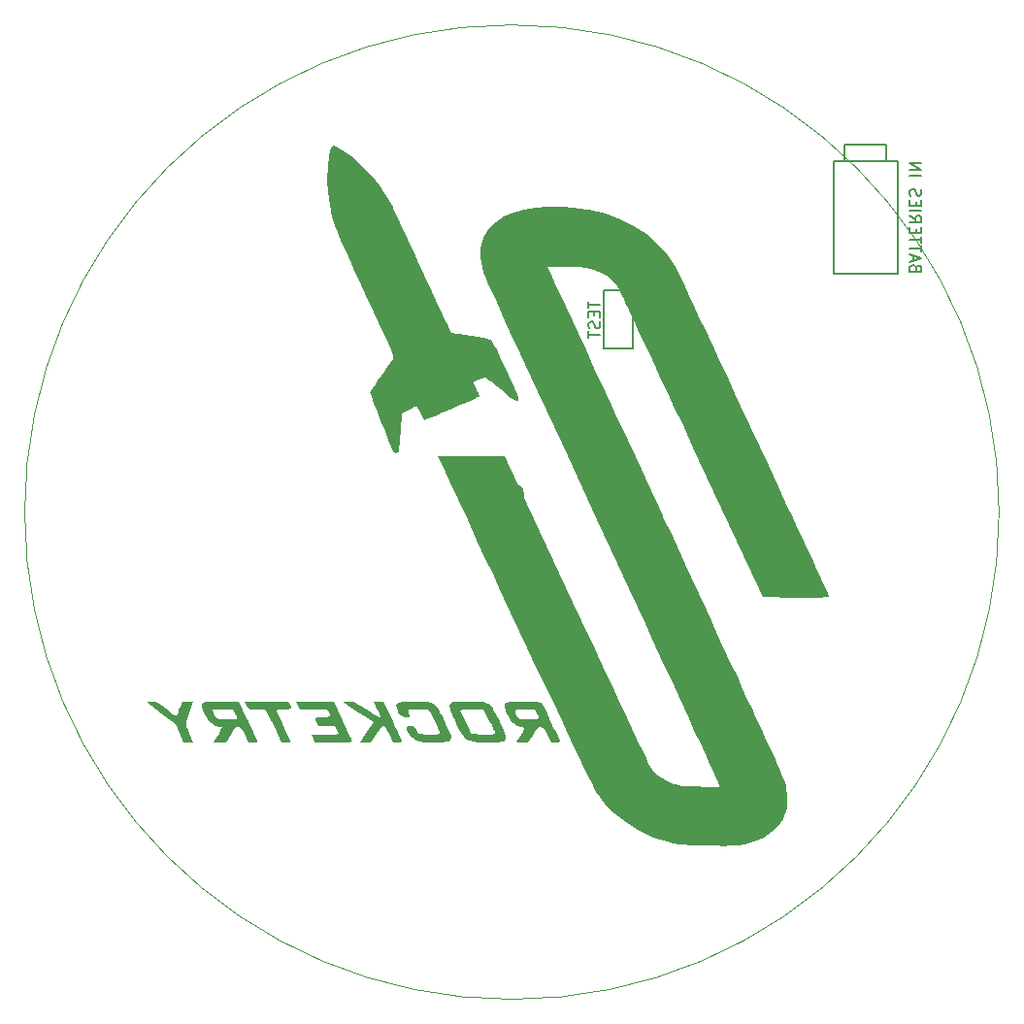
<source format=gbr>
%TF.GenerationSoftware,KiCad,Pcbnew,7.0.6*%
%TF.CreationDate,2024-03-14T18:06:26+11:00*%
%TF.ProjectId,Rocketry_Payload_Main_DDR_Spec_V2,526f636b-6574-4727-995f-5061796c6f61,rev?*%
%TF.SameCoordinates,Original*%
%TF.FileFunction,Legend,Bot*%
%TF.FilePolarity,Positive*%
%FSLAX46Y46*%
G04 Gerber Fmt 4.6, Leading zero omitted, Abs format (unit mm)*
G04 Created by KiCad (PCBNEW 7.0.6) date 2024-03-14 18:06:26*
%MOMM*%
%LPD*%
G01*
G04 APERTURE LIST*
%ADD10C,0.150000*%
%ADD11C,0.050000*%
%ADD12C,0.300000*%
G04 APERTURE END LIST*
D10*
X176250600Y-62382400D02*
X181889400Y-62382400D01*
X181889400Y-72212200D01*
X176250600Y-72212200D01*
X176250600Y-62382400D01*
D11*
X190714409Y-92986897D02*
G75*
G03*
X190714409Y-92986897I-42500000J0D01*
G01*
D10*
X177241200Y-60960000D02*
X180898800Y-60960000D01*
X180898800Y-62382400D01*
X177241200Y-62382400D01*
X177241200Y-60960000D01*
X156210000Y-73660000D02*
X158750000Y-73660000D01*
X158750000Y-78740000D01*
X156210000Y-78740000D01*
X156210000Y-73660000D01*
X183456990Y-71665552D02*
X183409371Y-71522695D01*
X183409371Y-71522695D02*
X183361752Y-71475076D01*
X183361752Y-71475076D02*
X183266514Y-71427457D01*
X183266514Y-71427457D02*
X183123657Y-71427457D01*
X183123657Y-71427457D02*
X183028419Y-71475076D01*
X183028419Y-71475076D02*
X182980800Y-71522695D01*
X182980800Y-71522695D02*
X182933180Y-71617933D01*
X182933180Y-71617933D02*
X182933180Y-71998885D01*
X182933180Y-71998885D02*
X183933180Y-71998885D01*
X183933180Y-71998885D02*
X183933180Y-71665552D01*
X183933180Y-71665552D02*
X183885561Y-71570314D01*
X183885561Y-71570314D02*
X183837942Y-71522695D01*
X183837942Y-71522695D02*
X183742704Y-71475076D01*
X183742704Y-71475076D02*
X183647466Y-71475076D01*
X183647466Y-71475076D02*
X183552228Y-71522695D01*
X183552228Y-71522695D02*
X183504609Y-71570314D01*
X183504609Y-71570314D02*
X183456990Y-71665552D01*
X183456990Y-71665552D02*
X183456990Y-71998885D01*
X183218895Y-71046504D02*
X183218895Y-70570314D01*
X182933180Y-71141742D02*
X183933180Y-70808409D01*
X183933180Y-70808409D02*
X182933180Y-70475076D01*
X183933180Y-70284599D02*
X183933180Y-69713171D01*
X182933180Y-69998885D02*
X183933180Y-69998885D01*
X183933180Y-69522694D02*
X183933180Y-68951266D01*
X182933180Y-69236980D02*
X183933180Y-69236980D01*
X183456990Y-68617932D02*
X183456990Y-68284599D01*
X182933180Y-68141742D02*
X182933180Y-68617932D01*
X182933180Y-68617932D02*
X183933180Y-68617932D01*
X183933180Y-68617932D02*
X183933180Y-68141742D01*
X182933180Y-67141742D02*
X183409371Y-67475075D01*
X182933180Y-67713170D02*
X183933180Y-67713170D01*
X183933180Y-67713170D02*
X183933180Y-67332218D01*
X183933180Y-67332218D02*
X183885561Y-67236980D01*
X183885561Y-67236980D02*
X183837942Y-67189361D01*
X183837942Y-67189361D02*
X183742704Y-67141742D01*
X183742704Y-67141742D02*
X183599847Y-67141742D01*
X183599847Y-67141742D02*
X183504609Y-67189361D01*
X183504609Y-67189361D02*
X183456990Y-67236980D01*
X183456990Y-67236980D02*
X183409371Y-67332218D01*
X183409371Y-67332218D02*
X183409371Y-67713170D01*
X182933180Y-66713170D02*
X183933180Y-66713170D01*
X183456990Y-66236980D02*
X183456990Y-65903647D01*
X182933180Y-65760790D02*
X182933180Y-66236980D01*
X182933180Y-66236980D02*
X183933180Y-66236980D01*
X183933180Y-66236980D02*
X183933180Y-65760790D01*
X182980800Y-65379837D02*
X182933180Y-65236980D01*
X182933180Y-65236980D02*
X182933180Y-64998885D01*
X182933180Y-64998885D02*
X182980800Y-64903647D01*
X182980800Y-64903647D02*
X183028419Y-64856028D01*
X183028419Y-64856028D02*
X183123657Y-64808409D01*
X183123657Y-64808409D02*
X183218895Y-64808409D01*
X183218895Y-64808409D02*
X183314133Y-64856028D01*
X183314133Y-64856028D02*
X183361752Y-64903647D01*
X183361752Y-64903647D02*
X183409371Y-64998885D01*
X183409371Y-64998885D02*
X183456990Y-65189361D01*
X183456990Y-65189361D02*
X183504609Y-65284599D01*
X183504609Y-65284599D02*
X183552228Y-65332218D01*
X183552228Y-65332218D02*
X183647466Y-65379837D01*
X183647466Y-65379837D02*
X183742704Y-65379837D01*
X183742704Y-65379837D02*
X183837942Y-65332218D01*
X183837942Y-65332218D02*
X183885561Y-65284599D01*
X183885561Y-65284599D02*
X183933180Y-65189361D01*
X183933180Y-65189361D02*
X183933180Y-64951266D01*
X183933180Y-64951266D02*
X183885561Y-64808409D01*
X182933180Y-63617932D02*
X183933180Y-63617932D01*
X182933180Y-63141742D02*
X183933180Y-63141742D01*
X183933180Y-63141742D02*
X182933180Y-62570314D01*
X182933180Y-62570314D02*
X183933180Y-62570314D01*
X154902819Y-74604762D02*
X154902819Y-75176190D01*
X155902819Y-74890476D02*
X154902819Y-74890476D01*
X155379009Y-75509524D02*
X155379009Y-75842857D01*
X155902819Y-75985714D02*
X155902819Y-75509524D01*
X155902819Y-75509524D02*
X154902819Y-75509524D01*
X154902819Y-75509524D02*
X154902819Y-75985714D01*
X155855200Y-76366667D02*
X155902819Y-76509524D01*
X155902819Y-76509524D02*
X155902819Y-76747619D01*
X155902819Y-76747619D02*
X155855200Y-76842857D01*
X155855200Y-76842857D02*
X155807580Y-76890476D01*
X155807580Y-76890476D02*
X155712342Y-76938095D01*
X155712342Y-76938095D02*
X155617104Y-76938095D01*
X155617104Y-76938095D02*
X155521866Y-76890476D01*
X155521866Y-76890476D02*
X155474247Y-76842857D01*
X155474247Y-76842857D02*
X155426628Y-76747619D01*
X155426628Y-76747619D02*
X155379009Y-76557143D01*
X155379009Y-76557143D02*
X155331390Y-76461905D01*
X155331390Y-76461905D02*
X155283771Y-76414286D01*
X155283771Y-76414286D02*
X155188533Y-76366667D01*
X155188533Y-76366667D02*
X155093295Y-76366667D01*
X155093295Y-76366667D02*
X154998057Y-76414286D01*
X154998057Y-76414286D02*
X154950438Y-76461905D01*
X154950438Y-76461905D02*
X154902819Y-76557143D01*
X154902819Y-76557143D02*
X154902819Y-76795238D01*
X154902819Y-76795238D02*
X154950438Y-76938095D01*
X154902819Y-77223810D02*
X154902819Y-77795238D01*
X155902819Y-77509524D02*
X154902819Y-77509524D01*
D12*
X148273127Y-90812796D02*
X148415985Y-90741367D01*
X148415985Y-90741367D02*
X148630270Y-90741367D01*
X148630270Y-90741367D02*
X148844556Y-90812796D01*
X148844556Y-90812796D02*
X148987413Y-90955653D01*
X148987413Y-90955653D02*
X149058842Y-91098510D01*
X149058842Y-91098510D02*
X149130270Y-91384224D01*
X149130270Y-91384224D02*
X149130270Y-91598510D01*
X149130270Y-91598510D02*
X149058842Y-91884224D01*
X149058842Y-91884224D02*
X148987413Y-92027081D01*
X148987413Y-92027081D02*
X148844556Y-92169939D01*
X148844556Y-92169939D02*
X148630270Y-92241367D01*
X148630270Y-92241367D02*
X148487413Y-92241367D01*
X148487413Y-92241367D02*
X148273127Y-92169939D01*
X148273127Y-92169939D02*
X148201699Y-92098510D01*
X148201699Y-92098510D02*
X148201699Y-91598510D01*
X148201699Y-91598510D02*
X148487413Y-91598510D01*
X147344556Y-90741367D02*
X147344556Y-91098510D01*
X147701699Y-90955653D02*
X147344556Y-91098510D01*
X147344556Y-91098510D02*
X146987413Y-90955653D01*
X147558842Y-91384224D02*
X147344556Y-91098510D01*
X147344556Y-91098510D02*
X147130270Y-91384224D01*
X146201699Y-90741367D02*
X146201699Y-91098510D01*
X146558842Y-90955653D02*
X146201699Y-91098510D01*
X146201699Y-91098510D02*
X145844556Y-90955653D01*
X146415985Y-91384224D02*
X146201699Y-91098510D01*
X146201699Y-91098510D02*
X145987413Y-91384224D01*
X145058842Y-90741367D02*
X145058842Y-91098510D01*
X145415985Y-90955653D02*
X145058842Y-91098510D01*
X145058842Y-91098510D02*
X144701699Y-90955653D01*
X145273128Y-91384224D02*
X145058842Y-91098510D01*
X145058842Y-91098510D02*
X144844556Y-91384224D01*
%TO.C,G\u002A\u002A\u002A*%
G36*
X120178847Y-110210872D02*
G01*
X120138901Y-110317920D01*
X119976084Y-110758639D01*
X119867882Y-111084650D01*
X119812735Y-111333283D01*
X119809083Y-111541867D01*
X119855366Y-111747732D01*
X119950022Y-111988208D01*
X120091492Y-112300624D01*
X120441199Y-113068372D01*
X120017004Y-113068372D01*
X119592808Y-113068372D01*
X119220047Y-112270685D01*
X118847286Y-111472998D01*
X117595993Y-110513852D01*
X116344700Y-109554705D01*
X116785476Y-109529243D01*
X116799623Y-109528431D01*
X116982650Y-109522562D01*
X117133739Y-109539668D01*
X117286043Y-109595902D01*
X117472716Y-109707420D01*
X117726910Y-109890378D01*
X118081778Y-110160930D01*
X118400585Y-110402100D01*
X118671238Y-110593867D01*
X118850229Y-110698667D01*
X118958137Y-110728257D01*
X119015540Y-110694393D01*
X119053554Y-110626969D01*
X119095071Y-110510381D01*
X119113206Y-110437178D01*
X119177406Y-110242410D01*
X119271784Y-109981215D01*
X119447200Y-109512372D01*
X119943203Y-109512372D01*
X120439205Y-109512372D01*
X120178847Y-110210872D01*
G37*
G36*
X128873193Y-109762167D02*
G01*
X128954518Y-109931515D01*
X128984677Y-110073044D01*
X128912579Y-110150554D01*
X128715912Y-110183092D01*
X128372364Y-110189705D01*
X128325219Y-110189918D01*
X128022194Y-110202115D01*
X127796839Y-110229342D01*
X127694953Y-110266413D01*
X127706250Y-110338194D01*
X127779328Y-110542396D01*
X127907045Y-110850572D01*
X128078458Y-111236510D01*
X128282623Y-111673997D01*
X128457345Y-112041377D01*
X128641090Y-112430785D01*
X128786914Y-112743303D01*
X128883042Y-112953669D01*
X128917700Y-113036623D01*
X128892968Y-113047460D01*
X128744994Y-113062479D01*
X128507886Y-113068372D01*
X128098071Y-113068372D01*
X127483523Y-111734872D01*
X127318814Y-111383935D01*
X127119489Y-110976593D01*
X126946014Y-110640992D01*
X126812774Y-110404763D01*
X126734155Y-110295539D01*
X126599691Y-110243871D01*
X126319460Y-110204068D01*
X125939906Y-110189705D01*
X125280475Y-110189705D01*
X125107700Y-109851039D01*
X124934926Y-109512372D01*
X126839472Y-109512372D01*
X128744019Y-109512372D01*
X128873193Y-109762167D01*
G37*
G36*
X137814081Y-111248661D02*
G01*
X137945227Y-111520160D01*
X138172750Y-111993797D01*
X138367839Y-112403299D01*
X138520079Y-112726632D01*
X138619060Y-112941764D01*
X138654367Y-113026661D01*
X138629289Y-113040973D01*
X138480824Y-113060652D01*
X138243313Y-113068372D01*
X137832260Y-113068372D01*
X137478219Y-112306372D01*
X137375742Y-112092691D01*
X137228379Y-111810110D01*
X137111793Y-111616316D01*
X137044790Y-111544372D01*
X136989059Y-111587978D01*
X136854374Y-111747510D01*
X136668186Y-111996649D01*
X136453034Y-112306372D01*
X135940666Y-113068372D01*
X135475290Y-113068372D01*
X135009913Y-113068372D01*
X135603137Y-112184186D01*
X136196362Y-111300000D01*
X135964864Y-111140845D01*
X135901245Y-111098388D01*
X135686896Y-110959876D01*
X135376220Y-110762168D01*
X135000337Y-110525022D01*
X134590367Y-110268198D01*
X133447367Y-109554705D01*
X133929415Y-109529456D01*
X134087241Y-109523126D01*
X134245627Y-109530131D01*
X134400369Y-109564798D01*
X134580827Y-109639684D01*
X134816358Y-109767347D01*
X135136322Y-109960346D01*
X135570078Y-110231238D01*
X135835636Y-110396469D01*
X136195036Y-110615108D01*
X136485528Y-110785755D01*
X136682491Y-110894055D01*
X136761305Y-110925656D01*
X136762346Y-110909342D01*
X136721284Y-110775493D01*
X136627832Y-110540001D01*
X136496476Y-110240350D01*
X136444564Y-110125861D01*
X136319098Y-109843646D01*
X136231785Y-109639002D01*
X136199034Y-109550015D01*
X136217983Y-109538410D01*
X136356901Y-109519739D01*
X136586415Y-109512372D01*
X136973796Y-109512372D01*
X137814081Y-111248661D01*
G37*
G36*
X133412325Y-111099872D02*
G01*
X133469023Y-111218683D01*
X133697440Y-111695742D01*
X133902312Y-112121174D01*
X134071360Y-112469648D01*
X134192309Y-112715830D01*
X134252882Y-112834390D01*
X134299514Y-112923974D01*
X134336367Y-113024890D01*
X134334777Y-113026801D01*
X134233099Y-113039971D01*
X133991253Y-113051386D01*
X133634872Y-113060374D01*
X133189591Y-113066260D01*
X132681047Y-113068372D01*
X131025727Y-113068372D01*
X130903047Y-112774758D01*
X130883416Y-112727194D01*
X130810056Y-112536450D01*
X130780367Y-112436091D01*
X130785281Y-112431886D01*
X130901189Y-112415873D01*
X131147848Y-112402902D01*
X131494218Y-112394211D01*
X131909256Y-112391039D01*
X132005842Y-112390846D01*
X132415587Y-112385522D01*
X132755026Y-112373993D01*
X132991153Y-112357734D01*
X133090962Y-112338222D01*
X133098979Y-112311843D01*
X133067245Y-112167868D01*
X132976352Y-111957222D01*
X132808926Y-111629039D01*
X132064328Y-111629039D01*
X131319730Y-111629039D01*
X131175645Y-111326890D01*
X131148714Y-111266997D01*
X131082553Y-111066139D01*
X131080294Y-110945890D01*
X131085647Y-110940034D01*
X131208623Y-110903037D01*
X131448392Y-110876927D01*
X131759031Y-110867039D01*
X132043069Y-110863338D01*
X132268869Y-110837856D01*
X132365393Y-110771420D01*
X132354952Y-110644984D01*
X132259860Y-110439501D01*
X132130685Y-110189705D01*
X130920874Y-110189705D01*
X129711063Y-110189705D01*
X129568382Y-109890499D01*
X129540941Y-109832218D01*
X129458772Y-109646375D01*
X129425700Y-109551833D01*
X129426165Y-109550883D01*
X129518039Y-109538710D01*
X129751362Y-109528139D01*
X130100179Y-109519802D01*
X130538536Y-109514335D01*
X131040476Y-109512372D01*
X132655252Y-109512372D01*
X133412325Y-111099872D01*
G37*
G36*
X125223022Y-111242764D02*
G01*
X125345173Y-111502327D01*
X125567635Y-111978014D01*
X125758501Y-112390031D01*
X125907521Y-112716047D01*
X126004448Y-112933734D01*
X126039034Y-113020764D01*
X126021864Y-113034886D01*
X125886028Y-113058884D01*
X125659098Y-113068372D01*
X125279163Y-113068372D01*
X124970978Y-112454539D01*
X124828289Y-112177081D01*
X124685288Y-111933378D01*
X124565386Y-111794010D01*
X124442531Y-111730657D01*
X124290674Y-111715002D01*
X124216982Y-111731121D01*
X124082314Y-111833030D01*
X123908951Y-112046276D01*
X123678621Y-112391039D01*
X123248593Y-113068372D01*
X122738813Y-113068372D01*
X122506052Y-113062967D01*
X122305985Y-113045333D01*
X122229034Y-113019697D01*
X122232955Y-113006607D01*
X122299061Y-112883188D01*
X122429898Y-112666101D01*
X122603454Y-112392229D01*
X122659301Y-112304449D01*
X122812612Y-112044860D01*
X122908458Y-111852408D01*
X122928010Y-111763570D01*
X122852805Y-111732525D01*
X122676385Y-111713705D01*
X122337774Y-111648619D01*
X121994019Y-111425725D01*
X121675492Y-111041110D01*
X121378671Y-110491456D01*
X121276100Y-110256556D01*
X121252464Y-110189705D01*
X122123200Y-110189705D01*
X122177123Y-110459316D01*
X122252962Y-110688013D01*
X122370162Y-110882650D01*
X122414251Y-110924215D01*
X122524413Y-110981151D01*
X122699862Y-111015326D01*
X122975232Y-111031985D01*
X123385156Y-111036372D01*
X123657652Y-111034375D01*
X123969371Y-111026092D01*
X124182245Y-111012865D01*
X124261034Y-110996303D01*
X124249008Y-110957420D01*
X124181656Y-110800150D01*
X124074829Y-110572970D01*
X123888625Y-110189705D01*
X123005913Y-110189705D01*
X122123200Y-110189705D01*
X121252464Y-110189705D01*
X121189721Y-110012241D01*
X121168870Y-109844275D01*
X121204018Y-109710016D01*
X121217687Y-109680643D01*
X121256651Y-109618620D01*
X121320164Y-109574086D01*
X121432356Y-109544145D01*
X121617360Y-109525899D01*
X121899304Y-109516453D01*
X122302321Y-109512909D01*
X122850540Y-109512372D01*
X124407010Y-109512372D01*
X125106797Y-110996303D01*
X125223022Y-111242764D01*
G37*
G36*
X147676234Y-112468183D02*
G01*
X147713700Y-112619122D01*
X147683851Y-112737976D01*
X147573578Y-112913538D01*
X147504787Y-112972038D01*
X147401736Y-113014314D01*
X147238259Y-113042049D01*
X146987137Y-113058093D01*
X146621150Y-113065297D01*
X146113078Y-113066512D01*
X145928627Y-113066111D01*
X145338965Y-113057309D01*
X144880945Y-113023025D01*
X144525939Y-112944792D01*
X144245323Y-112804142D01*
X144010469Y-112582609D01*
X143792750Y-112261726D01*
X143563542Y-111823025D01*
X143294217Y-111248039D01*
X143239858Y-111129971D01*
X143036115Y-110685185D01*
X142893843Y-110363378D01*
X142870565Y-110304217D01*
X143734367Y-110304217D01*
X143763084Y-110428067D01*
X143857285Y-110671440D01*
X143998677Y-110985916D01*
X144168173Y-111333751D01*
X144346686Y-111677197D01*
X144515129Y-111978508D01*
X144654416Y-112199940D01*
X144745459Y-112303745D01*
X144830279Y-112329831D01*
X145060120Y-112360398D01*
X145374613Y-112380073D01*
X145731494Y-112388720D01*
X146088499Y-112386199D01*
X146403367Y-112372373D01*
X146633833Y-112347104D01*
X146737635Y-112310253D01*
X146740072Y-112298156D01*
X146705235Y-112164590D01*
X146607883Y-111918490D01*
X146460687Y-111590080D01*
X146276313Y-111209586D01*
X145765062Y-110189705D01*
X144749715Y-110189705D01*
X144493530Y-110190779D01*
X144126529Y-110199693D01*
X143893165Y-110219824D01*
X143770193Y-110253791D01*
X143734367Y-110304217D01*
X142870565Y-110304217D01*
X142805639Y-110139209D01*
X142764097Y-109987339D01*
X142761813Y-109882425D01*
X142791382Y-109799129D01*
X142845398Y-109712109D01*
X142894756Y-109643407D01*
X142959744Y-109589038D01*
X143062324Y-109552266D01*
X143228844Y-109529653D01*
X143485651Y-109517760D01*
X143859095Y-109513146D01*
X144375524Y-109512372D01*
X144923191Y-109515281D01*
X145363706Y-109528892D01*
X145691478Y-109559898D01*
X145935538Y-109614988D01*
X146124916Y-109700850D01*
X146288642Y-109824174D01*
X146455747Y-109991646D01*
X146531053Y-110093576D01*
X146675324Y-110336071D01*
X146853163Y-110667466D01*
X147048293Y-111053768D01*
X147244440Y-111460984D01*
X147425329Y-111855120D01*
X147574686Y-112202184D01*
X147611324Y-112298156D01*
X147676234Y-112468183D01*
G37*
G36*
X151609103Y-111248039D02*
G01*
X151640144Y-111315242D01*
X151857490Y-111781733D01*
X152052508Y-112193544D01*
X152213205Y-112525833D01*
X152327586Y-112753756D01*
X152383659Y-112852472D01*
X152405631Y-112880535D01*
X152455034Y-113000639D01*
X152432293Y-113023029D01*
X152287358Y-113055490D01*
X152052867Y-113068153D01*
X151650700Y-113067935D01*
X151312034Y-112411987D01*
X151206737Y-112213951D01*
X151039458Y-111939572D01*
X150903046Y-111785948D01*
X150778207Y-111728372D01*
X150652721Y-111723867D01*
X150521616Y-111770697D01*
X150385919Y-111896557D01*
X150221144Y-112125195D01*
X150002804Y-112480358D01*
X149653472Y-113068372D01*
X149101923Y-113068372D01*
X149006798Y-113067859D01*
X148743486Y-113055177D01*
X148619734Y-113021734D01*
X148612448Y-112962539D01*
X148685945Y-112846482D01*
X148825229Y-112634240D01*
X148998445Y-112374517D01*
X148999440Y-112373036D01*
X149162141Y-112120053D01*
X149278135Y-111919316D01*
X149322367Y-111814165D01*
X149314338Y-111796086D01*
X149198115Y-111736834D01*
X148987665Y-111691108D01*
X148662562Y-111607903D01*
X148368488Y-111424482D01*
X148107108Y-111120589D01*
X147851870Y-110672411D01*
X147798773Y-110563516D01*
X147686798Y-110308951D01*
X148512680Y-110308951D01*
X148548883Y-110472538D01*
X148643552Y-110694801D01*
X148817809Y-111036372D01*
X149705088Y-111036372D01*
X149900497Y-111034904D01*
X150274745Y-111020166D01*
X150510431Y-110990806D01*
X150592367Y-110948332D01*
X150586408Y-110913652D01*
X150525933Y-110748580D01*
X150421313Y-110524999D01*
X150250259Y-110189705D01*
X149410310Y-110189705D01*
X149175320Y-110192925D01*
X148852393Y-110209439D01*
X148620923Y-110236811D01*
X148519828Y-110271468D01*
X148512680Y-110308951D01*
X147686798Y-110308951D01*
X147636193Y-110193906D01*
X147560145Y-109931015D01*
X147565209Y-109746989D01*
X147645967Y-109613972D01*
X147762210Y-109575412D01*
X148014205Y-109544548D01*
X148366943Y-109522693D01*
X148786693Y-109509803D01*
X149239722Y-109505833D01*
X149692299Y-109510737D01*
X150110692Y-109524472D01*
X150461168Y-109546991D01*
X150709996Y-109578251D01*
X150823444Y-109618205D01*
X150827422Y-109623832D01*
X150895209Y-109748601D01*
X151019503Y-109998784D01*
X151188073Y-110349003D01*
X151388683Y-110773880D01*
X151469780Y-110948332D01*
X151609103Y-111248039D01*
G37*
G36*
X139933537Y-109513269D02*
G01*
X140464735Y-109525713D01*
X140865742Y-109558379D01*
X141164315Y-109618332D01*
X141388210Y-109712636D01*
X141565182Y-109848356D01*
X141722988Y-110032555D01*
X141804994Y-110161611D01*
X141954617Y-110433816D01*
X142138599Y-110792371D01*
X142338449Y-111198831D01*
X142535674Y-111614755D01*
X142711782Y-112001699D01*
X142848280Y-112321220D01*
X142926677Y-112534874D01*
X142934140Y-112686974D01*
X142807365Y-112894708D01*
X142803675Y-112898379D01*
X142722879Y-112965156D01*
X142618741Y-113011749D01*
X142462065Y-113041691D01*
X142223656Y-113058520D01*
X141874322Y-113065771D01*
X141384867Y-113066979D01*
X140916411Y-113064639D01*
X140549612Y-113055796D01*
X140287811Y-113036469D01*
X140097804Y-113002648D01*
X139946389Y-112950318D01*
X139800363Y-112875466D01*
X139766932Y-112855421D01*
X139541575Y-112671987D01*
X139324532Y-112427713D01*
X139145720Y-112165530D01*
X139035055Y-111928369D01*
X139022454Y-111759159D01*
X139135233Y-111664461D01*
X139403438Y-111629039D01*
X139614009Y-111643371D01*
X139747819Y-111716989D01*
X139842687Y-111890250D01*
X139887655Y-111994650D01*
X139990049Y-112176883D01*
X140120595Y-112292813D01*
X140314553Y-112357266D01*
X140607181Y-112385066D01*
X141033739Y-112391039D01*
X141370112Y-112387165D01*
X141674083Y-112369059D01*
X141849916Y-112333457D01*
X141920618Y-112277412D01*
X141908762Y-112194636D01*
X141837584Y-111987064D01*
X141720057Y-111696517D01*
X141572942Y-111360035D01*
X141413000Y-111014656D01*
X141256990Y-110697421D01*
X141121673Y-110445369D01*
X141023811Y-110295539D01*
X141003474Y-110278460D01*
X140835910Y-110228547D01*
X140516954Y-110199265D01*
X140038159Y-110189705D01*
X139995951Y-110189682D01*
X139601898Y-110189707D01*
X139350692Y-110202910D01*
X139218101Y-110247457D01*
X139179892Y-110341516D01*
X139211834Y-110503252D01*
X139289694Y-110750833D01*
X139311771Y-110843384D01*
X139271396Y-110904920D01*
X139106030Y-110893863D01*
X138966186Y-110871589D01*
X138693108Y-110814778D01*
X138524104Y-110739043D01*
X138412615Y-110616573D01*
X138312083Y-110419551D01*
X138277778Y-110342711D01*
X138170692Y-110061218D01*
X138140415Y-109851015D01*
X138202318Y-109701904D01*
X138371770Y-109603683D01*
X138664143Y-109546155D01*
X139094808Y-109519118D01*
X139679134Y-109512372D01*
X139933537Y-109513269D01*
G37*
G36*
X132718219Y-61050790D02*
G01*
X132911031Y-61130780D01*
X132986990Y-61165647D01*
X133733744Y-61587839D01*
X134494968Y-62152119D01*
X135250849Y-62837379D01*
X135981579Y-63622514D01*
X136667345Y-64486415D01*
X137288337Y-65407975D01*
X137824745Y-66366087D01*
X137845615Y-66408197D01*
X137960027Y-66646703D01*
X138135645Y-67019792D01*
X138365486Y-67512372D01*
X138642569Y-68109352D01*
X138959913Y-68795639D01*
X139310535Y-69556143D01*
X139687454Y-70375772D01*
X140083688Y-71239434D01*
X140492255Y-72132039D01*
X140659471Y-72497462D01*
X141052176Y-73353075D01*
X141423581Y-74158729D01*
X141767587Y-74901400D01*
X142078096Y-75568065D01*
X142349010Y-76145700D01*
X142574229Y-76621281D01*
X142747657Y-76981786D01*
X142863194Y-77214189D01*
X142914742Y-77305469D01*
X142919650Y-77309136D01*
X143049132Y-77351351D01*
X143315924Y-77409411D01*
X143692580Y-77478259D01*
X144151654Y-77552839D01*
X144665700Y-77628094D01*
X144727180Y-77636688D01*
X145236499Y-77712575D01*
X145687826Y-77787824D01*
X146053664Y-77857260D01*
X146306515Y-77915709D01*
X146418879Y-77957996D01*
X146436162Y-77979592D01*
X146530206Y-78138429D01*
X146678446Y-78419815D01*
X146870143Y-78800873D01*
X147094555Y-79258727D01*
X147340942Y-79770500D01*
X147598566Y-80313314D01*
X147856685Y-80864293D01*
X148104560Y-81400560D01*
X148331450Y-81899239D01*
X148526616Y-82337451D01*
X148679318Y-82692320D01*
X148778815Y-82940969D01*
X148814367Y-83060522D01*
X148806114Y-83156533D01*
X148746838Y-83257832D01*
X148621129Y-83267634D01*
X148418055Y-83180565D01*
X148126684Y-82991254D01*
X147736082Y-82694326D01*
X147235319Y-82284407D01*
X146890381Y-81997716D01*
X146542723Y-81713120D01*
X146255719Y-81482864D01*
X146052250Y-81325282D01*
X145955198Y-81258708D01*
X145947721Y-81256758D01*
X145820898Y-81271733D01*
X145602412Y-81326123D01*
X145343424Y-81403718D01*
X145095091Y-81488309D01*
X144908575Y-81563685D01*
X144835034Y-81613636D01*
X144838264Y-81623682D01*
X144889683Y-81743639D01*
X144990723Y-81968029D01*
X145124531Y-82259260D01*
X145168353Y-82354383D01*
X145291023Y-82627130D01*
X145373446Y-82820545D01*
X145399698Y-82897685D01*
X145381687Y-82907320D01*
X145238813Y-82972533D01*
X144973437Y-83089587D01*
X144608717Y-83248554D01*
X144167808Y-83439505D01*
X143673868Y-83652510D01*
X143150055Y-83877641D01*
X142619524Y-84104968D01*
X142105434Y-84324563D01*
X141630941Y-84526497D01*
X141219201Y-84700841D01*
X140893373Y-84837665D01*
X140676614Y-84927040D01*
X140592079Y-84959039D01*
X140578106Y-84949724D01*
X140498740Y-84832826D01*
X140376395Y-84610180D01*
X140231186Y-84317536D01*
X139926537Y-83676033D01*
X139260865Y-84030718D01*
X138595193Y-84385403D01*
X138490172Y-85997456D01*
X138489043Y-86014759D01*
X138453806Y-86524434D01*
X138418764Y-86979126D01*
X138386397Y-87350324D01*
X138359185Y-87609515D01*
X138339610Y-87728187D01*
X138264477Y-87799172D01*
X138076824Y-87821119D01*
X138065837Y-87819631D01*
X138003315Y-87799983D01*
X137940386Y-87750284D01*
X137869566Y-87654508D01*
X137783375Y-87496632D01*
X137674329Y-87260631D01*
X137534948Y-86930481D01*
X137357750Y-86490157D01*
X137135252Y-85923634D01*
X136859973Y-85214889D01*
X136708631Y-84823107D01*
X136479601Y-84225784D01*
X136275980Y-83689323D01*
X136105008Y-83233098D01*
X135973922Y-82876481D01*
X135889962Y-82638848D01*
X135860367Y-82539571D01*
X135864884Y-82525302D01*
X135937454Y-82397517D01*
X136085073Y-82165095D01*
X136290200Y-81853661D01*
X136535294Y-81488843D01*
X136802815Y-81096267D01*
X137075220Y-80701560D01*
X137334971Y-80330349D01*
X137564525Y-80008259D01*
X137746342Y-79760918D01*
X137862881Y-79613953D01*
X137877216Y-79588581D01*
X137882847Y-79529791D01*
X137866943Y-79434836D01*
X137824929Y-79293063D01*
X137752228Y-79093823D01*
X137644265Y-78826465D01*
X137496464Y-78480336D01*
X137304250Y-78044787D01*
X137063047Y-77509167D01*
X136768280Y-76862824D01*
X136415372Y-76095108D01*
X135999748Y-75195368D01*
X135516833Y-74152953D01*
X135303228Y-73691339D01*
X134885921Y-72784024D01*
X134486425Y-71908376D01*
X134111498Y-71079603D01*
X133767901Y-70312909D01*
X133462392Y-69623503D01*
X133201730Y-69026589D01*
X132992675Y-68537374D01*
X132841987Y-68171065D01*
X132756423Y-67942867D01*
X132555983Y-67256069D01*
X132328226Y-66184331D01*
X132181393Y-65072681D01*
X132119175Y-63966022D01*
X132145266Y-62909258D01*
X132263358Y-61947292D01*
X132342552Y-61531106D01*
X132411764Y-61247324D01*
X132485902Y-61087231D01*
X132582281Y-61028997D01*
X132718219Y-61050790D01*
G37*
G36*
X152716205Y-66386431D02*
G01*
X153497816Y-66422597D01*
X154214245Y-66483808D01*
X154825700Y-66570039D01*
X154983966Y-66599525D01*
X156382195Y-66940983D01*
X157668802Y-67408405D01*
X158846847Y-68003312D01*
X159919391Y-68727223D01*
X160889493Y-69581658D01*
X161073189Y-69769164D01*
X161449896Y-70184211D01*
X161795708Y-70616741D01*
X162125437Y-71090357D01*
X162453900Y-71628659D01*
X162795909Y-72255250D01*
X163166281Y-72993732D01*
X163579830Y-73867705D01*
X163705696Y-74139187D01*
X164098778Y-74985960D01*
X164559699Y-75977519D01*
X165085535Y-77107593D01*
X165673362Y-78369910D01*
X166320257Y-79758199D01*
X167023295Y-81266190D01*
X167779552Y-82887610D01*
X168586103Y-84616188D01*
X169440025Y-86445654D01*
X170338394Y-88369736D01*
X171278284Y-90382163D01*
X172256773Y-92476664D01*
X172620389Y-93255306D01*
X173111450Y-94308193D01*
X173578372Y-95310851D01*
X174016387Y-96252966D01*
X174420726Y-97124227D01*
X174786623Y-97914322D01*
X175109308Y-98612939D01*
X175384015Y-99209767D01*
X175605976Y-99694493D01*
X175770422Y-100056805D01*
X175872586Y-100286392D01*
X175907701Y-100372942D01*
X175906190Y-100376310D01*
X175800740Y-100398730D01*
X175534532Y-100416168D01*
X175115071Y-100428468D01*
X174549860Y-100435474D01*
X173846403Y-100437031D01*
X173012205Y-100432983D01*
X170116710Y-100410705D01*
X164210881Y-87753039D01*
X163685043Y-86626094D01*
X163044731Y-85253967D01*
X162422726Y-83921234D01*
X161823125Y-82636671D01*
X161250027Y-81409050D01*
X160707530Y-80247145D01*
X160199732Y-79159733D01*
X159730731Y-78155585D01*
X159304626Y-77243477D01*
X158925514Y-76432183D01*
X158597494Y-75730477D01*
X158324665Y-75147133D01*
X158111123Y-74690926D01*
X157960969Y-74370629D01*
X157878298Y-74195017D01*
X157866042Y-74169227D01*
X157543353Y-73548370D01*
X157221955Y-73061458D01*
X156873534Y-72677056D01*
X156469776Y-72363728D01*
X155982367Y-72090039D01*
X155371977Y-71834108D01*
X154698700Y-71667998D01*
X154508578Y-71647624D01*
X154171229Y-71625012D01*
X153759584Y-71606997D01*
X153304078Y-71593878D01*
X152835148Y-71585958D01*
X152383228Y-71583539D01*
X151978755Y-71586921D01*
X151652163Y-71596405D01*
X151433889Y-71612294D01*
X151354367Y-71634888D01*
X151386745Y-71713880D01*
X151484543Y-71933598D01*
X151641606Y-72280286D01*
X151851736Y-72740439D01*
X152108735Y-73300547D01*
X152406403Y-73947104D01*
X152738544Y-74666601D01*
X153098959Y-75445532D01*
X153481449Y-76270388D01*
X153524192Y-76362478D01*
X153817865Y-76995529D01*
X154175800Y-77767591D01*
X154592176Y-78666089D01*
X155061173Y-79678452D01*
X155576970Y-80792108D01*
X156133748Y-81994483D01*
X156725684Y-83273005D01*
X157346960Y-84615103D01*
X157991754Y-86008203D01*
X158654246Y-87439733D01*
X159328616Y-88897121D01*
X160009043Y-90367793D01*
X160689707Y-91839179D01*
X161364787Y-93298705D01*
X161432067Y-93444177D01*
X162113084Y-94916604D01*
X162802004Y-96406046D01*
X163492752Y-97899371D01*
X164179252Y-99383447D01*
X164855430Y-100845143D01*
X165515210Y-102271328D01*
X166152516Y-103648869D01*
X166761274Y-104964636D01*
X167335408Y-106205497D01*
X167868842Y-107358321D01*
X168355503Y-108409976D01*
X168789314Y-109347330D01*
X169164199Y-110157253D01*
X169474085Y-110826613D01*
X169609010Y-111118345D01*
X170014513Y-111999138D01*
X170401195Y-112844909D01*
X170762448Y-113640861D01*
X171091664Y-114372193D01*
X171382235Y-115024108D01*
X171627553Y-115581806D01*
X171821011Y-116030489D01*
X171956001Y-116355357D01*
X172025914Y-116541613D01*
X172115909Y-116861418D01*
X172181646Y-117211947D01*
X172215261Y-117605979D01*
X172224700Y-118106039D01*
X172224655Y-118173264D01*
X172219770Y-118578308D01*
X172200901Y-118869399D01*
X172159663Y-119095178D01*
X172087668Y-119304288D01*
X171976530Y-119545372D01*
X171875754Y-119735283D01*
X171434924Y-120343707D01*
X170857147Y-120883703D01*
X170161243Y-121342220D01*
X169366033Y-121706209D01*
X168490337Y-121962621D01*
X168304615Y-122001133D01*
X168065265Y-122042143D01*
X167813362Y-122071930D01*
X167522787Y-122091599D01*
X167167419Y-122102256D01*
X166721140Y-122105004D01*
X166157829Y-122100950D01*
X165451367Y-122091198D01*
X165030087Y-122084045D01*
X164314152Y-122066910D01*
X163722898Y-122042458D01*
X163226725Y-122006802D01*
X162796034Y-121956054D01*
X162401228Y-121886327D01*
X162012708Y-121793732D01*
X161600874Y-121674382D01*
X161136128Y-121524389D01*
X160413685Y-121259720D01*
X159222889Y-120705929D01*
X158133679Y-120043932D01*
X157159212Y-119283295D01*
X156312645Y-118433585D01*
X155607135Y-117504369D01*
X155540158Y-117389009D01*
X155389653Y-117101878D01*
X155170159Y-116664348D01*
X154882627Y-116078417D01*
X154528004Y-115346080D01*
X154107241Y-114469335D01*
X153621287Y-113450179D01*
X153071090Y-112290609D01*
X152457600Y-110992621D01*
X151781766Y-109558214D01*
X151044536Y-107989382D01*
X150246861Y-106288124D01*
X149389689Y-104456437D01*
X148473969Y-102496317D01*
X147873903Y-101210706D01*
X147204087Y-99775270D01*
X146556771Y-98387645D01*
X145935467Y-97055375D01*
X145343688Y-95786004D01*
X144784945Y-94587075D01*
X144262749Y-93466132D01*
X143780612Y-92430719D01*
X143342045Y-91488378D01*
X142950561Y-90646654D01*
X142609670Y-89913090D01*
X142322886Y-89295230D01*
X142093718Y-88800617D01*
X141925679Y-88436794D01*
X141822280Y-88211306D01*
X141787034Y-88131696D01*
X141840427Y-88124068D01*
X142044355Y-88115289D01*
X142382659Y-88107509D01*
X142835990Y-88100994D01*
X143384998Y-88096011D01*
X144010335Y-88092826D01*
X144692650Y-88091705D01*
X147598265Y-88091705D01*
X153807388Y-101405539D01*
X153980492Y-101776684D01*
X154640296Y-103190770D01*
X155281646Y-104564416D01*
X155900754Y-105889548D01*
X156493832Y-107158089D01*
X157057092Y-108361964D01*
X157586744Y-109493096D01*
X158079001Y-110543409D01*
X158530073Y-111504828D01*
X158936173Y-112369277D01*
X159293512Y-113128680D01*
X159598302Y-113774960D01*
X159846754Y-114300043D01*
X160035080Y-114695851D01*
X160159491Y-114954310D01*
X160216199Y-115067343D01*
X160477170Y-115449293D01*
X160986623Y-115963374D01*
X161614388Y-116387219D01*
X162336202Y-116702117D01*
X162344495Y-116704876D01*
X162561941Y-116768027D01*
X162804345Y-116817241D01*
X163100581Y-116855471D01*
X163479526Y-116885672D01*
X163970052Y-116910796D01*
X164601035Y-116933798D01*
X164779803Y-116939444D01*
X165337037Y-116954572D01*
X165749688Y-116960306D01*
X166037052Y-116956011D01*
X166218424Y-116941054D01*
X166313097Y-116914799D01*
X166340367Y-116876613D01*
X166309290Y-116797975D01*
X166207528Y-116566409D01*
X166035485Y-116183616D01*
X165793717Y-115650804D01*
X165482782Y-114969183D01*
X165103238Y-114139958D01*
X164655642Y-113164340D01*
X164140551Y-112043535D01*
X163558522Y-110778751D01*
X162910114Y-109371196D01*
X162195882Y-107822079D01*
X161416385Y-106132607D01*
X160572180Y-104303988D01*
X159663824Y-102337430D01*
X158691875Y-100234142D01*
X157656890Y-97995330D01*
X156559425Y-95622203D01*
X155400040Y-93115969D01*
X154179290Y-90477836D01*
X152897734Y-87709012D01*
X151555928Y-84810705D01*
X150154430Y-81784122D01*
X148693798Y-78630472D01*
X148283608Y-77742437D01*
X147858968Y-76817811D01*
X147455697Y-75934370D01*
X147080082Y-75106143D01*
X146738410Y-74347160D01*
X146436969Y-73671451D01*
X146182044Y-73093044D01*
X145979924Y-72625969D01*
X145836894Y-72284257D01*
X145759243Y-72081935D01*
X145602918Y-71559226D01*
X145466397Y-70841512D01*
X145450316Y-70193779D01*
X145552416Y-69588787D01*
X145555305Y-69578179D01*
X145837421Y-68860034D01*
X146265126Y-68220818D01*
X146831399Y-67666204D01*
X147529221Y-67201866D01*
X148351574Y-66833477D01*
X149291437Y-66566711D01*
X149733800Y-66492692D01*
X150378211Y-66428440D01*
X151116611Y-66389329D01*
X151909206Y-66375334D01*
X152716205Y-66386431D01*
G37*
%TD*%
M02*

</source>
